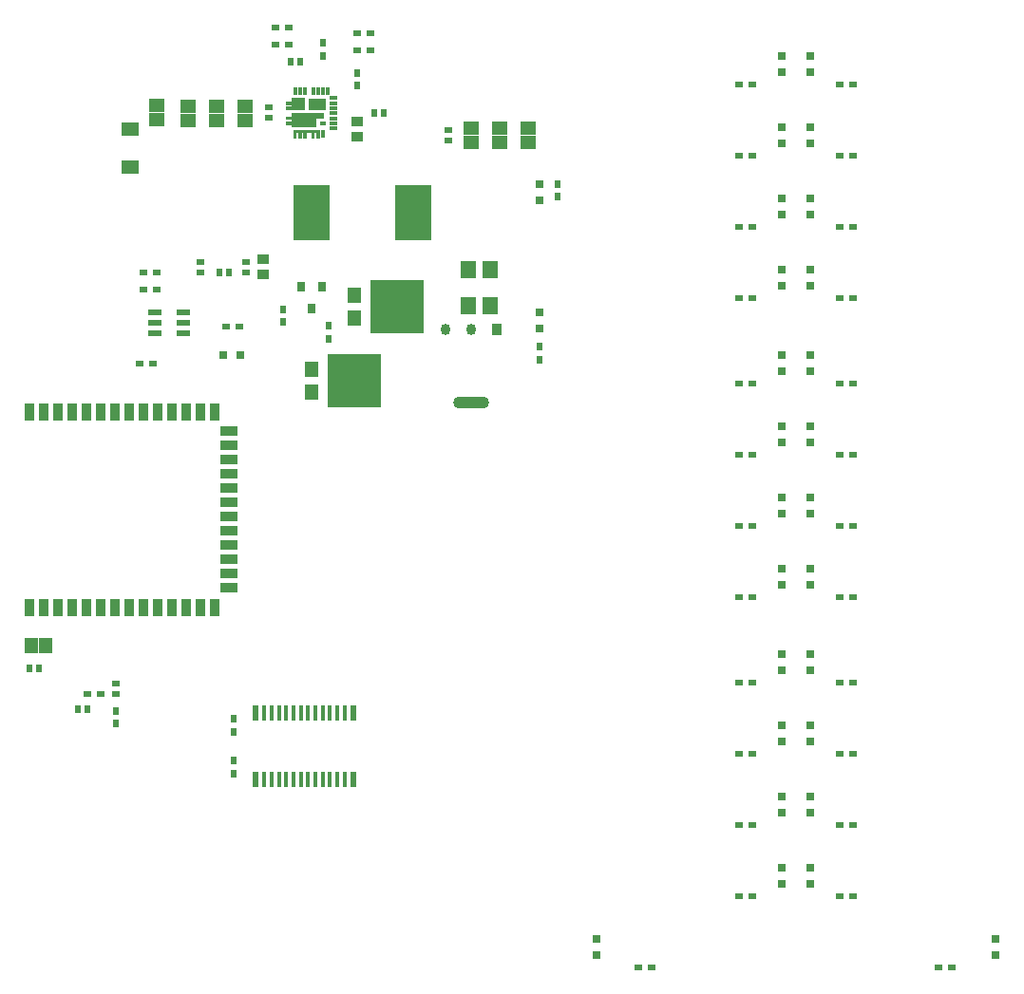
<source format=gtp>
G04*
G04 #@! TF.GenerationSoftware,Altium Limited,Altium Designer,21.7.2 (23)*
G04*
G04 Layer_Color=8421504*
%FSLAX25Y25*%
%MOIN*%
G70*
G04*
G04 #@! TF.SameCoordinates,5233C9E9-E8BD-4DB4-A303-C3663256A2A9*
G04*
G04*
G04 #@! TF.FilePolarity,Positive*
G04*
G01*
G75*
%ADD19R,0.06496X0.04921*%
%ADD20R,0.05339X0.04638*%
%ADD21R,0.03937X0.03543*%
%ADD22R,0.04638X0.05339*%
%ADD23R,0.02362X0.02953*%
%ADD24R,0.02520X0.02362*%
%ADD25R,0.02362X0.02520*%
%ADD26R,0.02953X0.02362*%
%ADD27R,0.01575X0.05315*%
%ADD28R,0.02362X0.05315*%
%ADD29R,0.03150X0.03150*%
%ADD30R,0.03543X0.05906*%
%ADD31R,0.05906X0.03543*%
%ADD32R,0.03150X0.03150*%
%ADD33R,0.02284X0.01496*%
%ADD34R,0.06201X0.04134*%
%ADD35R,0.01181X0.02854*%
%ADD36R,0.02854X0.01181*%
%ADD37R,0.01181X0.02874*%
%ADD38C,0.01072*%
%ADD39C,0.04252*%
%ADD40C,0.03255*%
%ADD41R,0.05000X0.05512*%
%ADD42R,0.18583X0.18898*%
G04:AMPARAMS|DCode=43|XSize=39.54mil|YSize=125.28mil|CornerRadius=17.2mil|HoleSize=0mil|Usage=FLASHONLY|Rotation=270.000|XOffset=0mil|YOffset=0mil|HoleType=Round|Shape=RoundedRectangle|*
%AMROUNDEDRECTD43*
21,1,0.03954,0.09088,0,0,270.0*
21,1,0.00514,0.12528,0,0,270.0*
1,1,0.03440,-0.04544,-0.00257*
1,1,0.03440,-0.04544,0.00257*
1,1,0.03440,0.04544,0.00257*
1,1,0.03440,0.04544,-0.00257*
%
%ADD43ROUNDEDRECTD43*%
G04:AMPARAMS|DCode=44|XSize=39.54mil|YSize=34.34mil|CornerRadius=17.17mil|HoleSize=0mil|Usage=FLASHONLY|Rotation=270.000|XOffset=0mil|YOffset=0mil|HoleType=Round|Shape=RoundedRectangle|*
%AMROUNDEDRECTD44*
21,1,0.03954,0.00000,0,0,270.0*
21,1,0.00520,0.03434,0,0,270.0*
1,1,0.03434,0.00000,-0.00260*
1,1,0.03434,0.00000,0.00260*
1,1,0.03434,0.00000,0.00260*
1,1,0.03434,0.00000,-0.00260*
%
%ADD44ROUNDEDRECTD44*%
%ADD45R,0.03434X0.03954*%
%ADD46R,0.05315X0.05906*%
%ADD47R,0.03150X0.03543*%
%ADD48R,0.12500X0.19500*%
G04:AMPARAMS|DCode=49|XSize=47.64mil|YSize=23.23mil|CornerRadius=2.9mil|HoleSize=0mil|Usage=FLASHONLY|Rotation=0.000|XOffset=0mil|YOffset=0mil|HoleType=Round|Shape=RoundedRectangle|*
%AMROUNDEDRECTD49*
21,1,0.04764,0.01742,0,0,0.0*
21,1,0.04183,0.02323,0,0,0.0*
1,1,0.00581,0.02092,-0.00871*
1,1,0.00581,-0.02092,-0.00871*
1,1,0.00581,-0.02092,0.00871*
1,1,0.00581,0.02092,0.00871*
%
%ADD49ROUNDEDRECTD49*%
G36*
X232854Y405945D02*
X231673D01*
Y407717D01*
X231083D01*
Y405945D01*
X229902D01*
Y407717D01*
X228327D01*
Y405945D01*
X227146D01*
Y407717D01*
X226555D01*
Y405945D01*
X225374D01*
Y407717D01*
X224783D01*
Y405945D01*
X223602D01*
Y408799D01*
X232854D01*
Y405945D01*
D02*
G37*
G36*
X227638Y415886D02*
X220945D01*
Y417067D01*
X223110D01*
Y417658D01*
X220945D01*
Y418839D01*
X223110D01*
Y420020D01*
X227638D01*
Y415886D01*
D02*
G37*
G36*
X234232Y412913D02*
X231673D01*
Y409980D01*
X223110D01*
Y410571D01*
X220945D01*
Y411752D01*
X223110D01*
Y412343D01*
X220945D01*
Y413524D01*
X223110D01*
Y414705D01*
X234232D01*
Y412913D01*
D02*
G37*
D19*
X166366Y409291D02*
D03*
Y395709D02*
D03*
D20*
X175723Y412386D02*
D03*
Y417614D02*
D03*
X306093Y409614D02*
D03*
Y404386D02*
D03*
X186654Y412057D02*
D03*
Y417286D02*
D03*
X196701Y412057D02*
D03*
Y417286D02*
D03*
X296047Y409614D02*
D03*
Y404386D02*
D03*
X286000Y409614D02*
D03*
Y404386D02*
D03*
X206747Y412057D02*
D03*
Y417286D02*
D03*
D21*
X246000Y411925D02*
D03*
Y406610D02*
D03*
X213000Y363390D02*
D03*
Y358075D02*
D03*
D22*
X131535Y228000D02*
D03*
X136764D02*
D03*
D23*
X161303Y205000D02*
D03*
Y200472D02*
D03*
X202500Y182972D02*
D03*
Y187500D02*
D03*
Y197500D02*
D03*
Y202028D02*
D03*
X236000Y340052D02*
D03*
Y335524D02*
D03*
X220000Y341472D02*
D03*
Y346000D02*
D03*
X234000Y439528D02*
D03*
Y435000D02*
D03*
X246000Y429000D02*
D03*
Y424472D02*
D03*
X316405Y385472D02*
D03*
Y390000D02*
D03*
X310000Y328331D02*
D03*
Y332859D02*
D03*
D24*
X161303Y211000D02*
D03*
Y214465D02*
D03*
X215000Y416732D02*
D03*
Y413268D02*
D03*
X278000Y405268D02*
D03*
Y408732D02*
D03*
X207000Y359000D02*
D03*
Y362465D02*
D03*
X191000Y359000D02*
D03*
Y362465D02*
D03*
D25*
X151303Y205562D02*
D03*
X147839D02*
D03*
X134465Y220000D02*
D03*
X131000D02*
D03*
X226000Y433000D02*
D03*
X222535D02*
D03*
X252000Y415000D02*
D03*
X255465D02*
D03*
X201000Y359000D02*
D03*
X197535D02*
D03*
D26*
X155831Y211000D02*
D03*
X151303D02*
D03*
X420000Y320000D02*
D03*
X415472D02*
D03*
X380000Y350000D02*
D03*
X384528D02*
D03*
X420000Y295000D02*
D03*
X415472D02*
D03*
X420000Y350000D02*
D03*
X415472D02*
D03*
X380000Y320000D02*
D03*
X384528D02*
D03*
X450000Y115000D02*
D03*
X454528D02*
D03*
X380000Y140000D02*
D03*
X384528D02*
D03*
X380000Y165000D02*
D03*
X384528D02*
D03*
X420000Y140000D02*
D03*
X415472D02*
D03*
X349304Y115000D02*
D03*
X344776D02*
D03*
X380000Y190000D02*
D03*
X384528D02*
D03*
X420000Y425000D02*
D03*
X415472D02*
D03*
X420000Y400000D02*
D03*
X415472D02*
D03*
X420000Y375000D02*
D03*
X415472D02*
D03*
X380000Y400000D02*
D03*
X384528D02*
D03*
X380000Y425000D02*
D03*
X384528D02*
D03*
X380000Y375000D02*
D03*
X384528D02*
D03*
X420000Y165000D02*
D03*
X415472D02*
D03*
X420000Y245000D02*
D03*
X415472D02*
D03*
X420000Y190000D02*
D03*
X415472D02*
D03*
X380000Y215000D02*
D03*
X384528D02*
D03*
X420000D02*
D03*
X415472D02*
D03*
X380000Y245000D02*
D03*
X384528D02*
D03*
X380000Y295000D02*
D03*
X384528D02*
D03*
X380000Y270000D02*
D03*
X384528D02*
D03*
X420000D02*
D03*
X415472D02*
D03*
X246000Y443000D02*
D03*
X250528D02*
D03*
X246000Y437000D02*
D03*
X250528D02*
D03*
X222000Y445000D02*
D03*
X217472D02*
D03*
X222000Y439000D02*
D03*
X217472D02*
D03*
X204528Y340000D02*
D03*
X200000D02*
D03*
X175528Y353000D02*
D03*
X171000D02*
D03*
X175528Y359000D02*
D03*
X171000D02*
D03*
X174318Y327000D02*
D03*
X169791D02*
D03*
D27*
X218543Y204016D02*
D03*
X215984D02*
D03*
X213425D02*
D03*
X221102D02*
D03*
X223661D02*
D03*
Y180984D02*
D03*
X221102D02*
D03*
X213425D02*
D03*
X215984D02*
D03*
X218543D02*
D03*
X226220D02*
D03*
X228780D02*
D03*
X231339D02*
D03*
X233898D02*
D03*
X241575D02*
D03*
X239016D02*
D03*
X236457D02*
D03*
Y204016D02*
D03*
X239016D02*
D03*
X241575D02*
D03*
X233898D02*
D03*
X231339D02*
D03*
X228780D02*
D03*
X226220D02*
D03*
D28*
X210472Y180984D02*
D03*
X244528D02*
D03*
Y204016D02*
D03*
X210472D02*
D03*
D29*
X470000Y125000D02*
D03*
Y119095D02*
D03*
X395000Y150000D02*
D03*
Y144095D02*
D03*
X405000Y150000D02*
D03*
Y144095D02*
D03*
Y175000D02*
D03*
Y169095D02*
D03*
X395000Y175000D02*
D03*
Y169095D02*
D03*
X330000Y125000D02*
D03*
Y119095D02*
D03*
X405000Y435000D02*
D03*
Y429095D02*
D03*
X395000Y410000D02*
D03*
Y404095D02*
D03*
X405000Y410000D02*
D03*
Y404095D02*
D03*
X395000Y435000D02*
D03*
Y429095D02*
D03*
Y360000D02*
D03*
Y354095D02*
D03*
X405000Y385000D02*
D03*
Y379095D02*
D03*
Y360000D02*
D03*
Y354095D02*
D03*
X395000Y385000D02*
D03*
Y379095D02*
D03*
X405000Y255000D02*
D03*
Y249095D02*
D03*
X395000Y225000D02*
D03*
Y219094D02*
D03*
X405000Y305000D02*
D03*
Y299095D02*
D03*
Y280000D02*
D03*
Y274095D02*
D03*
X395000Y305000D02*
D03*
Y299095D02*
D03*
Y280000D02*
D03*
Y274095D02*
D03*
X405000Y330000D02*
D03*
Y324095D02*
D03*
X395000Y330000D02*
D03*
Y324095D02*
D03*
Y255000D02*
D03*
Y249095D02*
D03*
X405000Y200000D02*
D03*
Y194095D02*
D03*
X395000Y200000D02*
D03*
Y194095D02*
D03*
X405000Y225000D02*
D03*
Y219094D02*
D03*
X310000Y345000D02*
D03*
Y339094D02*
D03*
Y384095D02*
D03*
Y390000D02*
D03*
D30*
X131000Y241102D02*
D03*
X136000D02*
D03*
X141000D02*
D03*
X146000D02*
D03*
X151000D02*
D03*
X156000D02*
D03*
X161000D02*
D03*
X166000D02*
D03*
X171000D02*
D03*
X176000D02*
D03*
X181000D02*
D03*
X186000D02*
D03*
X191000D02*
D03*
X196000D02*
D03*
Y310000D02*
D03*
X191000D02*
D03*
X186000D02*
D03*
X181000D02*
D03*
X176000D02*
D03*
X171000D02*
D03*
X166000D02*
D03*
X161000D02*
D03*
X156000D02*
D03*
X151000D02*
D03*
X146000D02*
D03*
X141000D02*
D03*
X136000D02*
D03*
X131000D02*
D03*
D31*
X200921Y248051D02*
D03*
Y253051D02*
D03*
Y258051D02*
D03*
Y263051D02*
D03*
Y268051D02*
D03*
Y273051D02*
D03*
Y278051D02*
D03*
Y283051D02*
D03*
Y288051D02*
D03*
Y293051D02*
D03*
Y298051D02*
D03*
Y303051D02*
D03*
D32*
X205000Y330000D02*
D03*
X199094D02*
D03*
D33*
X233878Y411102D02*
D03*
D34*
X231919Y417953D02*
D03*
D35*
X224193Y422628D02*
D03*
X225965D02*
D03*
X227736D02*
D03*
X230492D02*
D03*
X232264D02*
D03*
X234035D02*
D03*
X235807D02*
D03*
D36*
X237628Y420020D02*
D03*
Y418248D02*
D03*
Y416476D02*
D03*
Y414705D02*
D03*
Y412933D02*
D03*
Y411161D02*
D03*
Y409390D02*
D03*
D37*
X234035Y407382D02*
D03*
D38*
X224316Y408086D02*
D03*
D39*
X227589Y412343D02*
D03*
D40*
X225337Y418211D02*
D03*
D41*
X245000Y342685D02*
D03*
Y350873D02*
D03*
X230000Y316811D02*
D03*
Y325000D02*
D03*
D42*
X259980Y346779D02*
D03*
X244980Y320905D02*
D03*
D43*
X286000Y313028D02*
D03*
D44*
X276984Y338972D02*
D03*
X286000D02*
D03*
D45*
X295016D02*
D03*
D46*
X285000Y347158D02*
D03*
X292677D02*
D03*
X285000Y360000D02*
D03*
X292677D02*
D03*
D47*
X233740Y353937D02*
D03*
X226260D02*
D03*
X230000Y346063D02*
D03*
D48*
X265500Y380000D02*
D03*
X230000D02*
D03*
D49*
X175000Y345000D02*
D03*
Y341260D02*
D03*
Y337520D02*
D03*
X184882D02*
D03*
Y341260D02*
D03*
Y345000D02*
D03*
M02*

</source>
